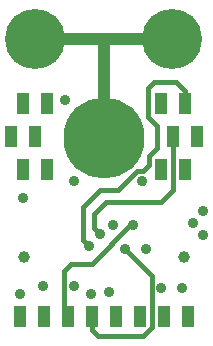
<source format=gbr>
G04 start of page 2 for group 0 idx 0 *
G04 Title: (unknown), top1 *
G04 Creator: pcb 20110918 *
G04 CreationDate: Thu Dec  5 20:49:14 2013 UTC *
G04 For: fosse *
G04 Format: Gerber/RS-274X *
G04 PCB-Dimensions: 600000 500000 *
G04 PCB-Coordinate-Origin: lower left *
%MOIN*%
%FSLAX25Y25*%
%LNTOP*%
%ADD21C,0.0354*%
%ADD20C,0.1160*%
%ADD19C,0.0890*%
%ADD18C,0.0200*%
%ADD17C,0.0360*%
%ADD16R,0.0400X0.0400*%
%ADD15C,0.0394*%
%ADD14C,0.2700*%
%ADD13C,0.2000*%
%ADD12C,0.0400*%
%ADD11C,0.0150*%
G54D11*X103000Y314000D02*Y325000D01*
X108500Y316000D02*X106500Y318000D01*
Y322500D01*
X110500Y326500D01*
X119488Y319012D02*X119012D01*
X103000Y325000D02*X108500Y330500D01*
X114500D01*
X121000Y337000D01*
X110500Y326500D02*X129000D01*
X133000Y330500D01*
X126000Y285000D02*Y302000D01*
X117000Y311000D01*
X123000Y333000D02*X122500Y333500D01*
X106000Y288500D02*Y284000D01*
X108000Y282000D01*
X123000D01*
X126000Y285000D01*
X105000Y312000D02*X103000Y314000D01*
X119012Y319012D02*X106000Y306000D01*
X99000D01*
X96500Y303500D01*
Y290000D01*
X98000Y288500D01*
X121000Y337000D02*X123000D01*
X125000Y339000D01*
Y342000D01*
X127500Y344500D01*
Y352000D01*
X133000Y330500D02*Y348500D01*
X127500Y352000D02*X124500Y355000D01*
Y364500D01*
X126500Y366500D01*
X134000D01*
X137000Y363500D01*
Y359500D01*
G54D12*X87000Y381000D02*X132500D01*
X110000Y348000D02*Y381000D01*
G54D13*X87000D03*
X132500D03*
G54D14*X110000Y348000D03*
G54D15*X136575Y308205D03*
X83425D03*
G54D16*X82000Y290000D02*Y287000D01*
X90000Y290000D02*Y287000D01*
X98000Y290000D02*Y287000D01*
X91000Y339000D02*Y336000D01*
X83000Y361000D02*Y358000D01*
X91000Y361000D02*Y358000D01*
X87000Y350000D02*Y347000D01*
X79000Y350000D02*Y347000D01*
X83000Y339000D02*Y336000D01*
X106000Y290000D02*Y287000D01*
X114000Y290000D02*Y287000D01*
X122000Y290000D02*Y287000D01*
X130000Y290000D02*Y287000D01*
X138000Y290000D02*Y287000D01*
X137000Y339000D02*Y336000D01*
X133000Y350000D02*Y347000D01*
X141000Y350000D02*Y347000D01*
X137000Y361000D02*Y358000D01*
X129000Y361000D02*Y358000D01*
Y339000D02*Y336000D01*
G54D17*X122500Y333500D03*
X100000D03*
X83000Y328000D03*
X91000Y337500D03*
X83000D03*
X97000Y360500D03*
X79000Y348500D03*
X87000D03*
X91000Y359500D03*
X83000D03*
X129000D03*
Y337500D03*
X137000D03*
X141000Y348500D03*
X129000Y298000D03*
X136000D03*
X111500Y296500D03*
X117000Y311000D03*
X124000D03*
X105000Y312000D03*
X108500Y316000D03*
X143000Y323500D03*
X139500Y319500D03*
X119500Y319000D03*
X113000D03*
X143000Y315500D03*
X90000Y288500D03*
X122000D03*
X130000D03*
X138000D03*
X82000D03*
X114000D03*
X100000Y298500D03*
X105500Y296000D03*
X82000D03*
X89500Y298500D03*
G54D18*G54D19*G54D20*G54D21*M02*

</source>
